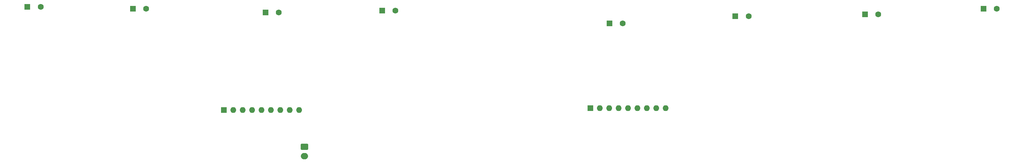
<source format=gbr>
%TF.GenerationSoftware,KiCad,Pcbnew,8.0.8*%
%TF.CreationDate,2025-05-04T20:59:54-05:00*%
%TF.ProjectId,Feedback_sleeve,46656564-6261-4636-9b5f-736c65657665,rev?*%
%TF.SameCoordinates,Original*%
%TF.FileFunction,Soldermask,Bot*%
%TF.FilePolarity,Negative*%
%FSLAX46Y46*%
G04 Gerber Fmt 4.6, Leading zero omitted, Abs format (unit mm)*
G04 Created by KiCad (PCBNEW 8.0.8) date 2025-05-04 20:59:54*
%MOMM*%
%LPD*%
G01*
G04 APERTURE LIST*
G04 Aperture macros list*
%AMRoundRect*
0 Rectangle with rounded corners*
0 $1 Rounding radius*
0 $2 $3 $4 $5 $6 $7 $8 $9 X,Y pos of 4 corners*
0 Add a 4 corners polygon primitive as box body*
4,1,4,$2,$3,$4,$5,$6,$7,$8,$9,$2,$3,0*
0 Add four circle primitives for the rounded corners*
1,1,$1+$1,$2,$3*
1,1,$1+$1,$4,$5*
1,1,$1+$1,$6,$7*
1,1,$1+$1,$8,$9*
0 Add four rect primitives between the rounded corners*
20,1,$1+$1,$2,$3,$4,$5,0*
20,1,$1+$1,$4,$5,$6,$7,0*
20,1,$1+$1,$6,$7,$8,$9,0*
20,1,$1+$1,$8,$9,$2,$3,0*%
G04 Aperture macros list end*
%ADD10RoundRect,0.250000X-0.550000X-0.550000X0.550000X-0.550000X0.550000X0.550000X-0.550000X0.550000X0*%
%ADD11C,1.600000*%
%ADD12R,1.600000X1.600000*%
%ADD13O,1.600000X1.600000*%
%ADD14RoundRect,0.250000X-0.750000X0.600000X-0.750000X-0.600000X0.750000X-0.600000X0.750000X0.600000X0*%
%ADD15O,2.000000X1.700000*%
G04 APERTURE END LIST*
D10*
%TO.C,J7*%
X242900000Y-17500000D03*
D11*
X246500000Y-17500000D03*
%TD*%
D10*
%TO.C,J8*%
X274900000Y-16000000D03*
D11*
X278500000Y-16000000D03*
%TD*%
D10*
%TO.C,J2*%
X45200000Y-16000000D03*
D11*
X48800000Y-16000000D03*
%TD*%
D10*
%TO.C,J6*%
X207900000Y-18000000D03*
D11*
X211500000Y-18000000D03*
%TD*%
D10*
%TO.C,J3*%
X81000000Y-17000000D03*
D11*
X84600000Y-17000000D03*
%TD*%
D12*
%TO.C,RN2*%
X69760000Y-43500000D03*
D13*
X72300000Y-43500000D03*
X74840000Y-43500000D03*
X77380000Y-43500000D03*
X79920000Y-43500000D03*
X82460000Y-43500000D03*
X85000000Y-43500000D03*
X87540000Y-43500000D03*
X90080000Y-43500000D03*
%TD*%
D14*
%TO.C,J9*%
X91500000Y-53500000D03*
D15*
X91500000Y-56000000D03*
%TD*%
D10*
%TO.C,J4*%
X112500000Y-16500000D03*
D11*
X116100000Y-16500000D03*
%TD*%
D12*
%TO.C,RN1*%
X168760000Y-43000000D03*
D13*
X171300000Y-43000000D03*
X173840000Y-43000000D03*
X176380000Y-43000000D03*
X178920000Y-43000000D03*
X181460000Y-43000000D03*
X184000000Y-43000000D03*
X186540000Y-43000000D03*
X189080000Y-43000000D03*
%TD*%
D10*
%TO.C,J1*%
X16700000Y-15500000D03*
D11*
X20300000Y-15500000D03*
%TD*%
D10*
%TO.C,J5*%
X173900000Y-20000000D03*
D11*
X177500000Y-20000000D03*
%TD*%
M02*

</source>
